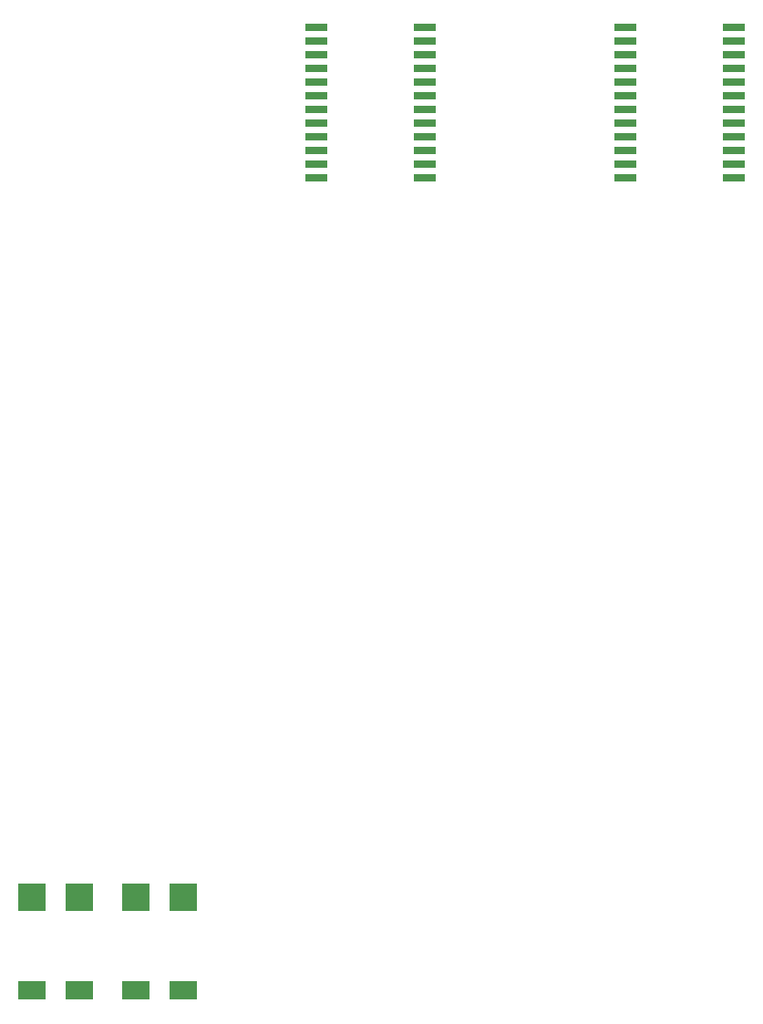
<source format=gbr>
G75*
%MOIN*%
%OFA0B0*%
%FSLAX24Y24*%
%IPPOS*%
%LPD*%
%AMOC8*
5,1,8,0,0,1.08239X$1,22.5*
%
%ADD10R,0.0800X0.0260*%
%ADD11R,0.0984X0.0709*%
%ADD12R,0.0984X0.0984*%
D10*
X045482Y035740D03*
X045482Y036240D03*
X045482Y036740D03*
X045482Y037240D03*
X045482Y037740D03*
X045482Y038240D03*
X045482Y038740D03*
X045482Y039240D03*
X045482Y039740D03*
X045482Y040240D03*
X045482Y040740D03*
X045482Y041240D03*
X049442Y041240D03*
X049442Y040740D03*
X049442Y040240D03*
X049442Y039740D03*
X049442Y039240D03*
X049442Y038740D03*
X049442Y038240D03*
X049442Y037740D03*
X049442Y037240D03*
X049442Y036740D03*
X049442Y036240D03*
X049442Y035740D03*
X056782Y035740D03*
X056782Y036240D03*
X056782Y036740D03*
X056782Y037240D03*
X056782Y037740D03*
X056782Y038240D03*
X056782Y038740D03*
X056782Y039240D03*
X056782Y039740D03*
X056782Y040240D03*
X056782Y040740D03*
X056782Y041240D03*
X060742Y041240D03*
X060742Y040740D03*
X060742Y040240D03*
X060742Y039740D03*
X060742Y039240D03*
X060742Y038740D03*
X060742Y038240D03*
X060742Y037740D03*
X060742Y037240D03*
X060742Y036740D03*
X060742Y036240D03*
X060742Y035740D03*
D11*
X035062Y006054D03*
X036822Y006054D03*
X038862Y006054D03*
X040622Y006054D03*
D12*
X040622Y009444D03*
X038862Y009444D03*
X036822Y009444D03*
X035062Y009444D03*
M02*

</source>
